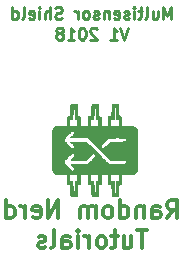
<source format=gbr>
G04 #@! TF.FileFunction,Legend,Bot*
%FSLAX46Y46*%
G04 Gerber Fmt 4.6, Leading zero omitted, Abs format (unit mm)*
G04 Created by KiCad (PCBNEW 4.0.7) date 08/03/18 16:25:06*
%MOMM*%
%LPD*%
G01*
G04 APERTURE LIST*
%ADD10C,0.100000*%
%ADD11C,0.250000*%
%ADD12C,0.300000*%
%ADD13C,0.010000*%
%ADD14R,2.100000X2.100000*%
%ADD15O,2.100000X2.100000*%
%ADD16R,3.400000X3.400000*%
%ADD17C,3.400000*%
%ADD18C,2.200000*%
G04 APERTURE END LIST*
D10*
D11*
X155304287Y-94573381D02*
X155304287Y-93573381D01*
X154970953Y-94287667D01*
X154637620Y-93573381D01*
X154637620Y-94573381D01*
X153732858Y-93906714D02*
X153732858Y-94573381D01*
X154161430Y-93906714D02*
X154161430Y-94430524D01*
X154113811Y-94525762D01*
X154018573Y-94573381D01*
X153875715Y-94573381D01*
X153780477Y-94525762D01*
X153732858Y-94478143D01*
X153113811Y-94573381D02*
X153209049Y-94525762D01*
X153256668Y-94430524D01*
X153256668Y-93573381D01*
X152875715Y-93906714D02*
X152494763Y-93906714D01*
X152732858Y-93573381D02*
X152732858Y-94430524D01*
X152685239Y-94525762D01*
X152590001Y-94573381D01*
X152494763Y-94573381D01*
X152161429Y-94573381D02*
X152161429Y-93906714D01*
X152161429Y-93573381D02*
X152209048Y-93621000D01*
X152161429Y-93668619D01*
X152113810Y-93621000D01*
X152161429Y-93573381D01*
X152161429Y-93668619D01*
X151732858Y-94525762D02*
X151637620Y-94573381D01*
X151447144Y-94573381D01*
X151351905Y-94525762D01*
X151304286Y-94430524D01*
X151304286Y-94382905D01*
X151351905Y-94287667D01*
X151447144Y-94240048D01*
X151590001Y-94240048D01*
X151685239Y-94192429D01*
X151732858Y-94097190D01*
X151732858Y-94049571D01*
X151685239Y-93954333D01*
X151590001Y-93906714D01*
X151447144Y-93906714D01*
X151351905Y-93954333D01*
X150494762Y-94525762D02*
X150590000Y-94573381D01*
X150780477Y-94573381D01*
X150875715Y-94525762D01*
X150923334Y-94430524D01*
X150923334Y-94049571D01*
X150875715Y-93954333D01*
X150780477Y-93906714D01*
X150590000Y-93906714D01*
X150494762Y-93954333D01*
X150447143Y-94049571D01*
X150447143Y-94144810D01*
X150923334Y-94240048D01*
X150018572Y-93906714D02*
X150018572Y-94573381D01*
X150018572Y-94001952D02*
X149970953Y-93954333D01*
X149875715Y-93906714D01*
X149732857Y-93906714D01*
X149637619Y-93954333D01*
X149590000Y-94049571D01*
X149590000Y-94573381D01*
X149161429Y-94525762D02*
X149066191Y-94573381D01*
X148875715Y-94573381D01*
X148780476Y-94525762D01*
X148732857Y-94430524D01*
X148732857Y-94382905D01*
X148780476Y-94287667D01*
X148875715Y-94240048D01*
X149018572Y-94240048D01*
X149113810Y-94192429D01*
X149161429Y-94097190D01*
X149161429Y-94049571D01*
X149113810Y-93954333D01*
X149018572Y-93906714D01*
X148875715Y-93906714D01*
X148780476Y-93954333D01*
X148161429Y-94573381D02*
X148256667Y-94525762D01*
X148304286Y-94478143D01*
X148351905Y-94382905D01*
X148351905Y-94097190D01*
X148304286Y-94001952D01*
X148256667Y-93954333D01*
X148161429Y-93906714D01*
X148018571Y-93906714D01*
X147923333Y-93954333D01*
X147875714Y-94001952D01*
X147828095Y-94097190D01*
X147828095Y-94382905D01*
X147875714Y-94478143D01*
X147923333Y-94525762D01*
X148018571Y-94573381D01*
X148161429Y-94573381D01*
X147399524Y-94573381D02*
X147399524Y-93906714D01*
X147399524Y-94097190D02*
X147351905Y-94001952D01*
X147304286Y-93954333D01*
X147209048Y-93906714D01*
X147113809Y-93906714D01*
X146066190Y-94525762D02*
X145923333Y-94573381D01*
X145685237Y-94573381D01*
X145589999Y-94525762D01*
X145542380Y-94478143D01*
X145494761Y-94382905D01*
X145494761Y-94287667D01*
X145542380Y-94192429D01*
X145589999Y-94144810D01*
X145685237Y-94097190D01*
X145875714Y-94049571D01*
X145970952Y-94001952D01*
X146018571Y-93954333D01*
X146066190Y-93859095D01*
X146066190Y-93763857D01*
X146018571Y-93668619D01*
X145970952Y-93621000D01*
X145875714Y-93573381D01*
X145637618Y-93573381D01*
X145494761Y-93621000D01*
X145066190Y-94573381D02*
X145066190Y-93573381D01*
X144637618Y-94573381D02*
X144637618Y-94049571D01*
X144685237Y-93954333D01*
X144780475Y-93906714D01*
X144923333Y-93906714D01*
X145018571Y-93954333D01*
X145066190Y-94001952D01*
X144161428Y-94573381D02*
X144161428Y-93906714D01*
X144161428Y-93573381D02*
X144209047Y-93621000D01*
X144161428Y-93668619D01*
X144113809Y-93621000D01*
X144161428Y-93573381D01*
X144161428Y-93668619D01*
X143304285Y-94525762D02*
X143399523Y-94573381D01*
X143590000Y-94573381D01*
X143685238Y-94525762D01*
X143732857Y-94430524D01*
X143732857Y-94049571D01*
X143685238Y-93954333D01*
X143590000Y-93906714D01*
X143399523Y-93906714D01*
X143304285Y-93954333D01*
X143256666Y-94049571D01*
X143256666Y-94144810D01*
X143732857Y-94240048D01*
X142685238Y-94573381D02*
X142780476Y-94525762D01*
X142828095Y-94430524D01*
X142828095Y-93573381D01*
X141875713Y-94573381D02*
X141875713Y-93573381D01*
X141875713Y-94525762D02*
X141970951Y-94573381D01*
X142161428Y-94573381D01*
X142256666Y-94525762D01*
X142304285Y-94478143D01*
X142351904Y-94382905D01*
X142351904Y-94097190D01*
X142304285Y-94001952D01*
X142256666Y-93954333D01*
X142161428Y-93906714D01*
X141970951Y-93906714D01*
X141875713Y-93954333D01*
X151685238Y-95323381D02*
X151351905Y-96323381D01*
X151018571Y-95323381D01*
X150161428Y-96323381D02*
X150732857Y-96323381D01*
X150447143Y-96323381D02*
X150447143Y-95323381D01*
X150542381Y-95466238D01*
X150637619Y-95561476D01*
X150732857Y-95609095D01*
X149018571Y-95418619D02*
X148970952Y-95371000D01*
X148875714Y-95323381D01*
X148637618Y-95323381D01*
X148542380Y-95371000D01*
X148494761Y-95418619D01*
X148447142Y-95513857D01*
X148447142Y-95609095D01*
X148494761Y-95751952D01*
X149066190Y-96323381D01*
X148447142Y-96323381D01*
X147828095Y-95323381D02*
X147732856Y-95323381D01*
X147637618Y-95371000D01*
X147589999Y-95418619D01*
X147542380Y-95513857D01*
X147494761Y-95704333D01*
X147494761Y-95942429D01*
X147542380Y-96132905D01*
X147589999Y-96228143D01*
X147637618Y-96275762D01*
X147732856Y-96323381D01*
X147828095Y-96323381D01*
X147923333Y-96275762D01*
X147970952Y-96228143D01*
X148018571Y-96132905D01*
X148066190Y-95942429D01*
X148066190Y-95704333D01*
X148018571Y-95513857D01*
X147970952Y-95418619D01*
X147923333Y-95371000D01*
X147828095Y-95323381D01*
X146542380Y-96323381D02*
X147113809Y-96323381D01*
X146828095Y-96323381D02*
X146828095Y-95323381D01*
X146923333Y-95466238D01*
X147018571Y-95561476D01*
X147113809Y-95609095D01*
X145970952Y-95751952D02*
X146066190Y-95704333D01*
X146113809Y-95656714D01*
X146161428Y-95561476D01*
X146161428Y-95513857D01*
X146113809Y-95418619D01*
X146066190Y-95371000D01*
X145970952Y-95323381D01*
X145780475Y-95323381D01*
X145685237Y-95371000D01*
X145637618Y-95418619D01*
X145589999Y-95513857D01*
X145589999Y-95561476D01*
X145637618Y-95656714D01*
X145685237Y-95704333D01*
X145780475Y-95751952D01*
X145970952Y-95751952D01*
X146066190Y-95799571D01*
X146113809Y-95847190D01*
X146161428Y-95942429D01*
X146161428Y-96132905D01*
X146113809Y-96228143D01*
X146066190Y-96275762D01*
X145970952Y-96323381D01*
X145780475Y-96323381D01*
X145685237Y-96275762D01*
X145637618Y-96228143D01*
X145589999Y-96132905D01*
X145589999Y-95942429D01*
X145637618Y-95847190D01*
X145685237Y-95799571D01*
X145780475Y-95751952D01*
D12*
X154982857Y-111417571D02*
X155482857Y-110703286D01*
X155840000Y-111417571D02*
X155840000Y-109917571D01*
X155268572Y-109917571D01*
X155125714Y-109989000D01*
X155054286Y-110060429D01*
X154982857Y-110203286D01*
X154982857Y-110417571D01*
X155054286Y-110560429D01*
X155125714Y-110631857D01*
X155268572Y-110703286D01*
X155840000Y-110703286D01*
X153697143Y-111417571D02*
X153697143Y-110631857D01*
X153768572Y-110489000D01*
X153911429Y-110417571D01*
X154197143Y-110417571D01*
X154340000Y-110489000D01*
X153697143Y-111346143D02*
X153840000Y-111417571D01*
X154197143Y-111417571D01*
X154340000Y-111346143D01*
X154411429Y-111203286D01*
X154411429Y-111060429D01*
X154340000Y-110917571D01*
X154197143Y-110846143D01*
X153840000Y-110846143D01*
X153697143Y-110774714D01*
X152982857Y-110417571D02*
X152982857Y-111417571D01*
X152982857Y-110560429D02*
X152911429Y-110489000D01*
X152768571Y-110417571D01*
X152554286Y-110417571D01*
X152411429Y-110489000D01*
X152340000Y-110631857D01*
X152340000Y-111417571D01*
X150982857Y-111417571D02*
X150982857Y-109917571D01*
X150982857Y-111346143D02*
X151125714Y-111417571D01*
X151411428Y-111417571D01*
X151554286Y-111346143D01*
X151625714Y-111274714D01*
X151697143Y-111131857D01*
X151697143Y-110703286D01*
X151625714Y-110560429D01*
X151554286Y-110489000D01*
X151411428Y-110417571D01*
X151125714Y-110417571D01*
X150982857Y-110489000D01*
X150054285Y-111417571D02*
X150197143Y-111346143D01*
X150268571Y-111274714D01*
X150340000Y-111131857D01*
X150340000Y-110703286D01*
X150268571Y-110560429D01*
X150197143Y-110489000D01*
X150054285Y-110417571D01*
X149840000Y-110417571D01*
X149697143Y-110489000D01*
X149625714Y-110560429D01*
X149554285Y-110703286D01*
X149554285Y-111131857D01*
X149625714Y-111274714D01*
X149697143Y-111346143D01*
X149840000Y-111417571D01*
X150054285Y-111417571D01*
X148911428Y-111417571D02*
X148911428Y-110417571D01*
X148911428Y-110560429D02*
X148840000Y-110489000D01*
X148697142Y-110417571D01*
X148482857Y-110417571D01*
X148340000Y-110489000D01*
X148268571Y-110631857D01*
X148268571Y-111417571D01*
X148268571Y-110631857D02*
X148197142Y-110489000D01*
X148054285Y-110417571D01*
X147840000Y-110417571D01*
X147697142Y-110489000D01*
X147625714Y-110631857D01*
X147625714Y-111417571D01*
X145768571Y-111417571D02*
X145768571Y-109917571D01*
X144911428Y-111417571D01*
X144911428Y-109917571D01*
X143625714Y-111346143D02*
X143768571Y-111417571D01*
X144054285Y-111417571D01*
X144197142Y-111346143D01*
X144268571Y-111203286D01*
X144268571Y-110631857D01*
X144197142Y-110489000D01*
X144054285Y-110417571D01*
X143768571Y-110417571D01*
X143625714Y-110489000D01*
X143554285Y-110631857D01*
X143554285Y-110774714D01*
X144268571Y-110917571D01*
X142911428Y-111417571D02*
X142911428Y-110417571D01*
X142911428Y-110703286D02*
X142840000Y-110560429D01*
X142768571Y-110489000D01*
X142625714Y-110417571D01*
X142482857Y-110417571D01*
X141340000Y-111417571D02*
X141340000Y-109917571D01*
X141340000Y-111346143D02*
X141482857Y-111417571D01*
X141768571Y-111417571D01*
X141911429Y-111346143D01*
X141982857Y-111274714D01*
X142054286Y-111131857D01*
X142054286Y-110703286D01*
X141982857Y-110560429D01*
X141911429Y-110489000D01*
X141768571Y-110417571D01*
X141482857Y-110417571D01*
X141340000Y-110489000D01*
X153304286Y-112467571D02*
X152447143Y-112467571D01*
X152875714Y-113967571D02*
X152875714Y-112467571D01*
X151304286Y-112967571D02*
X151304286Y-113967571D01*
X151947143Y-112967571D02*
X151947143Y-113753286D01*
X151875715Y-113896143D01*
X151732857Y-113967571D01*
X151518572Y-113967571D01*
X151375715Y-113896143D01*
X151304286Y-113824714D01*
X150804286Y-112967571D02*
X150232857Y-112967571D01*
X150590000Y-112467571D02*
X150590000Y-113753286D01*
X150518572Y-113896143D01*
X150375714Y-113967571D01*
X150232857Y-113967571D01*
X149518571Y-113967571D02*
X149661429Y-113896143D01*
X149732857Y-113824714D01*
X149804286Y-113681857D01*
X149804286Y-113253286D01*
X149732857Y-113110429D01*
X149661429Y-113039000D01*
X149518571Y-112967571D01*
X149304286Y-112967571D01*
X149161429Y-113039000D01*
X149090000Y-113110429D01*
X149018571Y-113253286D01*
X149018571Y-113681857D01*
X149090000Y-113824714D01*
X149161429Y-113896143D01*
X149304286Y-113967571D01*
X149518571Y-113967571D01*
X148375714Y-113967571D02*
X148375714Y-112967571D01*
X148375714Y-113253286D02*
X148304286Y-113110429D01*
X148232857Y-113039000D01*
X148090000Y-112967571D01*
X147947143Y-112967571D01*
X147447143Y-113967571D02*
X147447143Y-112967571D01*
X147447143Y-112467571D02*
X147518572Y-112539000D01*
X147447143Y-112610429D01*
X147375715Y-112539000D01*
X147447143Y-112467571D01*
X147447143Y-112610429D01*
X146090000Y-113967571D02*
X146090000Y-113181857D01*
X146161429Y-113039000D01*
X146304286Y-112967571D01*
X146590000Y-112967571D01*
X146732857Y-113039000D01*
X146090000Y-113896143D02*
X146232857Y-113967571D01*
X146590000Y-113967571D01*
X146732857Y-113896143D01*
X146804286Y-113753286D01*
X146804286Y-113610429D01*
X146732857Y-113467571D01*
X146590000Y-113396143D01*
X146232857Y-113396143D01*
X146090000Y-113324714D01*
X145161428Y-113967571D02*
X145304286Y-113896143D01*
X145375714Y-113753286D01*
X145375714Y-112467571D01*
X144661429Y-113896143D02*
X144518572Y-113967571D01*
X144232857Y-113967571D01*
X144090000Y-113896143D01*
X144018572Y-113753286D01*
X144018572Y-113681857D01*
X144090000Y-113539000D01*
X144232857Y-113467571D01*
X144447143Y-113467571D01*
X144590000Y-113396143D01*
X144661429Y-113253286D01*
X144661429Y-113181857D01*
X144590000Y-113039000D01*
X144447143Y-112967571D01*
X144232857Y-112967571D01*
X144090000Y-113039000D01*
D13*
G36*
X150286324Y-101873987D02*
X150285444Y-101920214D01*
X150283908Y-101959685D01*
X150282027Y-101984784D01*
X150281745Y-101986772D01*
X150280071Y-102005661D01*
X150277803Y-102043255D01*
X150275169Y-102095184D01*
X150272394Y-102157075D01*
X150270446Y-102205060D01*
X150267565Y-102275495D01*
X150264536Y-102343030D01*
X150261631Y-102402061D01*
X150259120Y-102446983D01*
X150257914Y-102464832D01*
X150255386Y-102502177D01*
X150252222Y-102555336D01*
X150248839Y-102617058D01*
X150245817Y-102676613D01*
X150238675Y-102823818D01*
X149963909Y-102823818D01*
X149963909Y-103632383D01*
X149357773Y-103626227D01*
X149356457Y-103227909D01*
X149355811Y-103032502D01*
X149155728Y-103032502D01*
X149155728Y-103597363D01*
X148451455Y-103597363D01*
X148451455Y-103031636D01*
X148715585Y-103031636D01*
X148721549Y-102982568D01*
X148723577Y-102958109D01*
X148726254Y-102914158D01*
X148729403Y-102854295D01*
X148732844Y-102782106D01*
X148736399Y-102701171D01*
X148739852Y-102616000D01*
X148745378Y-102475344D01*
X148750193Y-102356309D01*
X148754367Y-102257434D01*
X148757972Y-102177262D01*
X148761078Y-102114335D01*
X148763757Y-102067193D01*
X148766079Y-102034380D01*
X148768117Y-102014437D01*
X148769522Y-102006977D01*
X148783897Y-101997488D01*
X148817366Y-101992861D01*
X148831873Y-101992545D01*
X148866945Y-101993848D01*
X148885393Y-101999508D01*
X148893614Y-102012149D01*
X148895222Y-102018522D01*
X148897312Y-102037759D01*
X148900145Y-102078235D01*
X148903634Y-102138116D01*
X148907690Y-102215565D01*
X148912223Y-102308747D01*
X148917144Y-102415826D01*
X148922366Y-102534966D01*
X148927799Y-102664332D01*
X148933355Y-102802087D01*
X148934438Y-102829591D01*
X148942137Y-103025863D01*
X149048932Y-103029183D01*
X149155728Y-103032502D01*
X149355811Y-103032502D01*
X149355140Y-102829591D01*
X149249773Y-102826272D01*
X149199860Y-102824304D01*
X149168419Y-102821419D01*
X149150835Y-102816412D01*
X149142490Y-102808077D01*
X149139201Y-102797409D01*
X149137126Y-102777797D01*
X149134636Y-102739444D01*
X149131956Y-102686692D01*
X149129311Y-102623882D01*
X149127388Y-102569818D01*
X149124923Y-102499078D01*
X149121865Y-102418544D01*
X149118366Y-102331630D01*
X149114582Y-102241752D01*
X149110667Y-102152323D01*
X149106774Y-102066758D01*
X149103059Y-101988472D01*
X149099674Y-101920880D01*
X149096775Y-101867395D01*
X149094516Y-101831433D01*
X149093496Y-101819363D01*
X149090300Y-101790500D01*
X148835225Y-101787395D01*
X148751883Y-101786502D01*
X148688751Y-101786248D01*
X148642953Y-101786825D01*
X148611613Y-101788423D01*
X148591855Y-101791233D01*
X148580802Y-101795446D01*
X148575578Y-101801253D01*
X148574282Y-101804713D01*
X148571859Y-101822850D01*
X148568991Y-101859616D01*
X148565958Y-101910559D01*
X148563036Y-101971227D01*
X148561473Y-102009863D01*
X148558743Y-102077396D01*
X148555826Y-102140931D01*
X148552996Y-102195021D01*
X148550530Y-102234213D01*
X148549517Y-102246545D01*
X148547662Y-102273848D01*
X148545402Y-102319829D01*
X148542915Y-102380085D01*
X148540382Y-102450210D01*
X148537981Y-102525800D01*
X148537539Y-102540954D01*
X148535191Y-102614524D01*
X148532620Y-102681070D01*
X148530008Y-102736837D01*
X148527537Y-102778068D01*
X148525387Y-102801007D01*
X148524875Y-102803613D01*
X148519987Y-102812258D01*
X148508502Y-102818048D01*
X148486498Y-102821534D01*
X148450054Y-102823270D01*
X148395249Y-102823806D01*
X148381404Y-102823818D01*
X148243637Y-102823818D01*
X148243637Y-103632000D01*
X147574000Y-103632000D01*
X147574000Y-103031636D01*
X147366182Y-103031636D01*
X147366182Y-103597363D01*
X146661909Y-103597363D01*
X146661909Y-103031636D01*
X146936040Y-103031636D01*
X146943580Y-102867113D01*
X146948305Y-102766055D01*
X146953282Y-102663253D01*
X146958333Y-102562082D01*
X146963281Y-102465915D01*
X146967949Y-102378126D01*
X146972159Y-102302089D01*
X146975734Y-102241177D01*
X146978497Y-102198764D01*
X146979247Y-102188818D01*
X146982366Y-102137904D01*
X146984401Y-102081949D01*
X146984766Y-102058931D01*
X146985182Y-101992545D01*
X147048682Y-101992545D01*
X147085225Y-101993433D01*
X147104375Y-101997625D01*
X147111807Y-102007410D01*
X147113065Y-102018522D01*
X147115236Y-102047551D01*
X147117243Y-102061818D01*
X147118717Y-102078530D01*
X147120782Y-102114264D01*
X147123240Y-102164964D01*
X147125894Y-102226575D01*
X147128246Y-102286954D01*
X147132594Y-102400338D01*
X147137115Y-102511242D01*
X147141689Y-102617223D01*
X147146195Y-102715839D01*
X147150512Y-102804650D01*
X147154520Y-102881212D01*
X147158098Y-102943084D01*
X147161127Y-102987824D01*
X147163485Y-103012990D01*
X147164269Y-103017204D01*
X147176575Y-103025176D01*
X147208080Y-103029899D01*
X147260550Y-103031619D01*
X147267683Y-103031636D01*
X147366182Y-103031636D01*
X147574000Y-103031636D01*
X147574000Y-102824684D01*
X147467205Y-102821365D01*
X147360409Y-102818045D01*
X147353331Y-102714136D01*
X147348293Y-102631790D01*
X147342868Y-102527145D01*
X147337092Y-102400989D01*
X147331001Y-102254108D01*
X147324630Y-102087293D01*
X147324330Y-102079136D01*
X147321700Y-102011251D01*
X147319090Y-101950687D01*
X147316697Y-101901501D01*
X147314716Y-101867746D01*
X147313463Y-101854000D01*
X147310400Y-101828331D01*
X147309338Y-101810704D01*
X147308455Y-101784727D01*
X146788909Y-101784727D01*
X146788909Y-101817343D01*
X146788315Y-101837252D01*
X146786639Y-101876855D01*
X146784041Y-101932789D01*
X146780683Y-102001690D01*
X146776725Y-102080195D01*
X146772326Y-102164941D01*
X146772239Y-102166593D01*
X146767309Y-102261250D01*
X146762328Y-102358690D01*
X146757570Y-102453431D01*
X146753309Y-102539990D01*
X146749818Y-102612887D01*
X146747948Y-102653522D01*
X146740327Y-102823818D01*
X146604217Y-102823818D01*
X146540385Y-102824623D01*
X146497201Y-102827203D01*
X146472272Y-102831802D01*
X146463326Y-102838250D01*
X146462205Y-102852883D01*
X146461217Y-102887802D01*
X146460390Y-102940202D01*
X146459754Y-103007278D01*
X146459338Y-103086224D01*
X146459169Y-103174235D01*
X146459213Y-103239454D01*
X146459882Y-103626227D01*
X146003827Y-103632000D01*
X145547773Y-103637772D01*
X145478500Y-103670185D01*
X145405554Y-103715465D01*
X145341178Y-103776781D01*
X145291225Y-103848014D01*
X145274131Y-103883826D01*
X145247591Y-103949500D01*
X145247591Y-107390045D01*
X145285024Y-107466552D01*
X145335702Y-107547154D01*
X145401499Y-107611120D01*
X145482887Y-107659803D01*
X145547773Y-107690227D01*
X146003818Y-107696000D01*
X146459864Y-107701772D01*
X146459864Y-108498409D01*
X146601296Y-108501650D01*
X146742728Y-108504892D01*
X146742944Y-108547832D01*
X146743124Y-108562692D01*
X146743593Y-108581072D01*
X146744454Y-108605086D01*
X146745810Y-108636845D01*
X146747763Y-108678462D01*
X146750417Y-108732048D01*
X146753875Y-108799715D01*
X146758238Y-108883577D01*
X146763611Y-108985744D01*
X146770096Y-109108329D01*
X146771901Y-109142382D01*
X146776379Y-109228229D01*
X146780415Y-109308338D01*
X146783848Y-109379272D01*
X146786516Y-109437599D01*
X146788257Y-109479883D01*
X146788908Y-109502691D01*
X146788909Y-109503177D01*
X146788909Y-109543272D01*
X147306617Y-109543272D01*
X147313208Y-109471113D01*
X147315343Y-109440871D01*
X147318103Y-109391255D01*
X147321315Y-109325971D01*
X147324806Y-109248723D01*
X147328403Y-109163214D01*
X147331933Y-109073149D01*
X147332487Y-109058363D01*
X147336065Y-108965820D01*
X147339804Y-108875348D01*
X147343514Y-108791071D01*
X147347008Y-108717111D01*
X147350097Y-108657591D01*
X147352594Y-108616635D01*
X147352793Y-108613863D01*
X147360409Y-108509954D01*
X147467205Y-108506635D01*
X147574000Y-108503315D01*
X147574000Y-107730636D01*
X147366182Y-107730636D01*
X147366182Y-108296363D01*
X147267683Y-108296363D01*
X147213033Y-108297744D01*
X147179474Y-108302060D01*
X147165164Y-108309569D01*
X147164620Y-108310795D01*
X147161907Y-108327842D01*
X147158830Y-108363386D01*
X147155352Y-108418164D01*
X147151433Y-108492912D01*
X147147037Y-108588367D01*
X147142126Y-108705263D01*
X147136661Y-108844338D01*
X147135326Y-108879409D01*
X147131894Y-108966308D01*
X147128341Y-109049471D01*
X147124858Y-109124936D01*
X147121635Y-109188741D01*
X147118860Y-109236924D01*
X147116937Y-109263295D01*
X147110344Y-109335454D01*
X146985182Y-109335454D01*
X146985158Y-109292159D01*
X146984546Y-109269211D01*
X146982834Y-109226750D01*
X146980187Y-109168318D01*
X146976771Y-109097460D01*
X146972753Y-109017717D01*
X146968538Y-108937136D01*
X146963590Y-108843445D01*
X146958579Y-108747241D01*
X146953786Y-108653991D01*
X146949490Y-108569165D01*
X146945971Y-108498228D01*
X146944173Y-108460886D01*
X146936404Y-108296363D01*
X146661909Y-108296363D01*
X146661909Y-107730636D01*
X147366182Y-107730636D01*
X147574000Y-107730636D01*
X147574000Y-107696000D01*
X148243637Y-107696000D01*
X148243637Y-108504181D01*
X148381962Y-108504181D01*
X148440373Y-108504370D01*
X148479689Y-108505420D01*
X148503906Y-108508052D01*
X148517021Y-108512993D01*
X148523028Y-108520964D01*
X148525432Y-108530159D01*
X148527007Y-108547086D01*
X148529340Y-108584482D01*
X148532306Y-108639738D01*
X148535777Y-108710250D01*
X148539626Y-108793411D01*
X148543727Y-108886614D01*
X148547953Y-108987254D01*
X148549474Y-109024635D01*
X148553664Y-109127122D01*
X148557691Y-109222953D01*
X148561438Y-109309547D01*
X148564788Y-109384326D01*
X148567626Y-109444712D01*
X148569834Y-109488124D01*
X148571296Y-109511984D01*
X148571621Y-109515317D01*
X148573837Y-109522555D01*
X148579992Y-109528082D01*
X148592947Y-109532177D01*
X148615562Y-109535119D01*
X148650696Y-109537189D01*
X148701210Y-109538666D01*
X148769964Y-109539831D01*
X148830098Y-109540605D01*
X149085326Y-109543711D01*
X149091107Y-109505969D01*
X149094123Y-109481398D01*
X149097174Y-109446041D01*
X149100348Y-109398153D01*
X149103734Y-109335989D01*
X149107418Y-109257806D01*
X149111488Y-109161859D01*
X149116031Y-109046403D01*
X149121136Y-108909695D01*
X149121399Y-108902500D01*
X149124766Y-108814211D01*
X149128151Y-108732485D01*
X149131404Y-108660432D01*
X149134374Y-108601160D01*
X149136913Y-108557777D01*
X149138871Y-108533392D01*
X149139339Y-108530159D01*
X149143299Y-108517755D01*
X149152151Y-108510090D01*
X149170597Y-108506029D01*
X149203341Y-108504438D01*
X149247076Y-108504181D01*
X149302597Y-108502905D01*
X149337163Y-108498894D01*
X149352780Y-108491878D01*
X149353922Y-108489750D01*
X149354957Y-108475127D01*
X149355889Y-108440208D01*
X149356688Y-108387785D01*
X149357327Y-108320652D01*
X149357776Y-108241603D01*
X149358008Y-108153432D01*
X149358025Y-108085659D01*
X149357762Y-107730636D01*
X149155728Y-107730636D01*
X149155728Y-108295497D01*
X149048932Y-108298816D01*
X148942137Y-108302136D01*
X148939687Y-108359863D01*
X148938548Y-108387182D01*
X148936630Y-108433719D01*
X148934091Y-108495619D01*
X148931089Y-108569028D01*
X148927783Y-108650091D01*
X148925027Y-108717772D01*
X148919562Y-108851061D01*
X148914860Y-108963112D01*
X148910827Y-109055763D01*
X148907370Y-109130850D01*
X148904397Y-109190212D01*
X148901813Y-109235685D01*
X148899524Y-109269108D01*
X148897439Y-109292317D01*
X148895462Y-109307149D01*
X148894913Y-109310067D01*
X148889491Y-109325535D01*
X148877371Y-109332846D01*
X148852253Y-109334216D01*
X148829200Y-109333158D01*
X148768955Y-109329681D01*
X148761604Y-109196909D01*
X148759165Y-109149486D01*
X148756043Y-109083588D01*
X148752441Y-109003813D01*
X148748564Y-108914759D01*
X148744615Y-108821024D01*
X148740882Y-108729318D01*
X148737335Y-108641247D01*
X148733951Y-108558601D01*
X148730873Y-108484798D01*
X148728245Y-108423257D01*
X148726213Y-108377396D01*
X148724921Y-108350633D01*
X148724790Y-108348318D01*
X148722068Y-108302136D01*
X148586762Y-108298883D01*
X148451455Y-108295630D01*
X148451455Y-107730636D01*
X149155728Y-107730636D01*
X149357762Y-107730636D01*
X149357736Y-107696000D01*
X149963909Y-107696000D01*
X149963909Y-108504181D01*
X150102455Y-108504181D01*
X150161274Y-108504492D01*
X150200767Y-108505791D01*
X150224694Y-108508624D01*
X150236815Y-108513541D01*
X150240890Y-108521089D01*
X150241111Y-108524386D01*
X150241771Y-108546050D01*
X150243489Y-108586488D01*
X150246044Y-108641416D01*
X150249219Y-108706552D01*
X150252794Y-108777614D01*
X150256550Y-108850320D01*
X150260270Y-108920387D01*
X150263733Y-108983532D01*
X150266721Y-109035473D01*
X150269016Y-109071928D01*
X150269279Y-109075681D01*
X150271747Y-109115621D01*
X150274744Y-109172444D01*
X150277970Y-109239959D01*
X150281121Y-109311973D01*
X150282660Y-109349886D01*
X150290269Y-109543272D01*
X150806288Y-109543272D01*
X150811548Y-109517295D01*
X150813632Y-109497534D01*
X150816113Y-109459043D01*
X150818766Y-109406175D01*
X150821369Y-109343284D01*
X150823245Y-109289272D01*
X150826113Y-109205377D01*
X150829542Y-109115053D01*
X150833382Y-109021429D01*
X150837480Y-108927630D01*
X150841687Y-108836783D01*
X150845851Y-108752016D01*
X150849822Y-108676453D01*
X150853447Y-108613224D01*
X150856577Y-108565453D01*
X150859060Y-108536268D01*
X150859902Y-108530159D01*
X150863679Y-108517817D01*
X150872328Y-108510163D01*
X150890509Y-108506081D01*
X150922881Y-108504459D01*
X150968584Y-108504181D01*
X151072273Y-108504181D01*
X151072273Y-107730636D01*
X150864455Y-107730636D01*
X150864455Y-108296363D01*
X150766538Y-108296363D01*
X150718838Y-108296765D01*
X150689409Y-108298777D01*
X150673433Y-108303615D01*
X150666095Y-108312491D01*
X150663399Y-108322341D01*
X150661240Y-108342148D01*
X150658384Y-108382013D01*
X150654976Y-108438920D01*
X150651160Y-108509851D01*
X150647081Y-108591788D01*
X150642883Y-108681716D01*
X150638709Y-108776616D01*
X150634705Y-108873471D01*
X150631014Y-108969265D01*
X150627781Y-109060980D01*
X150627109Y-109081454D01*
X150624488Y-109164315D01*
X150622104Y-109226935D01*
X150619065Y-109272135D01*
X150614477Y-109302738D01*
X150607449Y-109321565D01*
X150597086Y-109331438D01*
X150582497Y-109335180D01*
X150562787Y-109335612D01*
X150546735Y-109335454D01*
X150483455Y-109335454D01*
X150482597Y-109251750D01*
X150481670Y-109206867D01*
X150480053Y-109168718D01*
X150478091Y-109145356D01*
X150478028Y-109144954D01*
X150476354Y-109125974D01*
X150474114Y-109088358D01*
X150471535Y-109036547D01*
X150468843Y-108974981D01*
X150467122Y-108931363D01*
X150463647Y-108846992D01*
X150459246Y-108751410D01*
X150454443Y-108655395D01*
X150449758Y-108569726D01*
X150448962Y-108556136D01*
X150445160Y-108490144D01*
X150441882Y-108429581D01*
X150439381Y-108379416D01*
X150437912Y-108344618D01*
X150437635Y-108333886D01*
X150437273Y-108296363D01*
X150171728Y-108296363D01*
X150171728Y-107730636D01*
X150864455Y-107730636D01*
X151072273Y-107730636D01*
X151072273Y-107696889D01*
X152117137Y-107690227D01*
X152186409Y-107657814D01*
X152259356Y-107612534D01*
X152323731Y-107551218D01*
X152373685Y-107479985D01*
X152390778Y-107444173D01*
X152417318Y-107378500D01*
X152417318Y-106620816D01*
X151473447Y-106620816D01*
X151473383Y-106677079D01*
X151454574Y-106730733D01*
X151418447Y-106776395D01*
X151392765Y-106795517D01*
X151384138Y-106800353D01*
X151374155Y-106804458D01*
X151360966Y-106807892D01*
X151342722Y-106810714D01*
X151317573Y-106812984D01*
X151283669Y-106814764D01*
X151239160Y-106816112D01*
X151182198Y-106817088D01*
X151110932Y-106817754D01*
X151023513Y-106818168D01*
X150918090Y-106818391D01*
X150792816Y-106818483D01*
X150684593Y-106818502D01*
X150014050Y-106818545D01*
X149963002Y-106784341D01*
X149948106Y-106771693D01*
X149918037Y-106743776D01*
X149873911Y-106701688D01*
X149816847Y-106646527D01*
X149747961Y-106579391D01*
X149668369Y-106501376D01*
X149579188Y-106413581D01*
X149481536Y-106317103D01*
X149376529Y-106213040D01*
X149283133Y-106120226D01*
X148888033Y-106120226D01*
X148887442Y-106127178D01*
X148881790Y-106185999D01*
X148582918Y-106485718D01*
X148513512Y-106554928D01*
X148448107Y-106619399D01*
X148388749Y-106677172D01*
X148337482Y-106726287D01*
X148296350Y-106764785D01*
X148267399Y-106790706D01*
X148252869Y-106801991D01*
X148243264Y-106805458D01*
X148227392Y-106808422D01*
X148203596Y-106810920D01*
X148170219Y-106812990D01*
X148125602Y-106814667D01*
X148068087Y-106815988D01*
X147996018Y-106816990D01*
X147907735Y-106817710D01*
X147801582Y-106818184D01*
X147675900Y-106818450D01*
X147529031Y-106818544D01*
X147505301Y-106818545D01*
X147379043Y-106818693D01*
X147259878Y-106819119D01*
X147149770Y-106819797D01*
X147050679Y-106820702D01*
X146964569Y-106821807D01*
X146893401Y-106823087D01*
X146839138Y-106824516D01*
X146803743Y-106826069D01*
X146789177Y-106827719D01*
X146788909Y-106827977D01*
X146796787Y-106838639D01*
X146818713Y-106862681D01*
X146852127Y-106897441D01*
X146894469Y-106940258D01*
X146943177Y-106988471D01*
X146945483Y-106990730D01*
X146995479Y-107040606D01*
X147040049Y-107086807D01*
X147076366Y-107126260D01*
X147101601Y-107155894D01*
X147112892Y-107172549D01*
X147123973Y-107232038D01*
X147114412Y-107290807D01*
X147086134Y-107343249D01*
X147041064Y-107383760D01*
X147040129Y-107384335D01*
X146985348Y-107405008D01*
X146926967Y-107403607D01*
X146867649Y-107380280D01*
X146857556Y-107374076D01*
X146837583Y-107358217D01*
X146803684Y-107327971D01*
X146758080Y-107285457D01*
X146702991Y-107232795D01*
X146640637Y-107172106D01*
X146573238Y-107105510D01*
X146509971Y-107042144D01*
X146430077Y-106961338D01*
X146365120Y-106894941D01*
X146313540Y-106841206D01*
X146273774Y-106798387D01*
X146244262Y-106764737D01*
X146223442Y-106738510D01*
X146209752Y-106717960D01*
X146201631Y-106701341D01*
X146199416Y-106694811D01*
X146193335Y-106671044D01*
X146190771Y-106648950D01*
X146193038Y-106626726D01*
X146201450Y-106602571D01*
X146217323Y-106574683D01*
X146241969Y-106541259D01*
X146276705Y-106500498D01*
X146322843Y-106450598D01*
X146381698Y-106389755D01*
X146454585Y-106316169D01*
X146531961Y-106238858D01*
X146602605Y-106168961D01*
X146669287Y-106103978D01*
X146729990Y-106045802D01*
X146782698Y-105996323D01*
X146825392Y-105957434D01*
X146856057Y-105931026D01*
X146872675Y-105918990D01*
X146873366Y-105918694D01*
X146932711Y-105906912D01*
X146989703Y-105914357D01*
X147040219Y-105938391D01*
X147080139Y-105976377D01*
X147105342Y-106025676D01*
X147112139Y-106071550D01*
X147110643Y-106097584D01*
X147104726Y-106121909D01*
X147092330Y-106147418D01*
X147071394Y-106177008D01*
X147039859Y-106213572D01*
X146995667Y-106260007D01*
X146936757Y-106319206D01*
X146934028Y-106321917D01*
X146887172Y-106368934D01*
X146846613Y-106410540D01*
X146814984Y-106443959D01*
X146794916Y-106466418D01*
X146788909Y-106474895D01*
X146800113Y-106476520D01*
X146832355Y-106478049D01*
X146883585Y-106479453D01*
X146951751Y-106480706D01*
X147034801Y-106481778D01*
X147130683Y-106482643D01*
X147237346Y-106483273D01*
X147352738Y-106483640D01*
X147444210Y-106483727D01*
X148099511Y-106483727D01*
X148359187Y-106223825D01*
X148439044Y-106144266D01*
X148504852Y-106079894D01*
X148558612Y-106029292D01*
X148602322Y-105991046D01*
X148637984Y-105963740D01*
X148667598Y-105945958D01*
X148693163Y-105936286D01*
X148716681Y-105933308D01*
X148740150Y-105935608D01*
X148759950Y-105940220D01*
X148820330Y-105965428D01*
X148861642Y-106003595D01*
X148884129Y-106055075D01*
X148888033Y-106120226D01*
X149283133Y-106120226D01*
X149265284Y-106102489D01*
X149148917Y-105986548D01*
X149028547Y-105866314D01*
X149011409Y-105849172D01*
X148110864Y-104948206D01*
X147447161Y-104948194D01*
X146783457Y-104948181D01*
X146935028Y-105101159D01*
X146983945Y-105151173D01*
X147027709Y-105197131D01*
X147063471Y-105235942D01*
X147088381Y-105264518D01*
X147099390Y-105279354D01*
X147112853Y-105329993D01*
X147106916Y-105384923D01*
X147083000Y-105438443D01*
X147049868Y-105478315D01*
X147012764Y-105499863D01*
X146963726Y-105511485D01*
X146912126Y-105512159D01*
X146867334Y-105500863D01*
X146862957Y-105498705D01*
X146847432Y-105486689D01*
X146817724Y-105460118D01*
X146775831Y-105420910D01*
X146723750Y-105370983D01*
X146663481Y-105312254D01*
X146597020Y-105246642D01*
X146526366Y-105176064D01*
X146515860Y-105165500D01*
X146435488Y-105084472D01*
X146369955Y-105017961D01*
X146317712Y-104964219D01*
X146277213Y-104921494D01*
X146246909Y-104888036D01*
X146225251Y-104862097D01*
X146210693Y-104841925D01*
X146201685Y-104825770D01*
X146196679Y-104811882D01*
X146194707Y-104802442D01*
X146195410Y-104742107D01*
X146203824Y-104714601D01*
X146215786Y-104697471D01*
X146242230Y-104666618D01*
X146280934Y-104624264D01*
X146329676Y-104572630D01*
X146386235Y-104513936D01*
X146448389Y-104450404D01*
X146513917Y-104384255D01*
X146580598Y-104317711D01*
X146646210Y-104252992D01*
X146708531Y-104192319D01*
X146765341Y-104137914D01*
X146814417Y-104091998D01*
X146853538Y-104056792D01*
X146880483Y-104034517D01*
X146890575Y-104027952D01*
X146944174Y-104014540D01*
X146999521Y-104022679D01*
X147032277Y-104036556D01*
X147081017Y-104073235D01*
X147112073Y-104122322D01*
X147123949Y-104179764D01*
X147115151Y-104241506D01*
X147111612Y-104251816D01*
X147099845Y-104270001D01*
X147074344Y-104301167D01*
X147037905Y-104342173D01*
X146993324Y-104389875D01*
X146943396Y-104441133D01*
X146941471Y-104443068D01*
X146783446Y-104601818D01*
X148205368Y-104601818D01*
X148253207Y-104627795D01*
X148268664Y-104639927D01*
X148299590Y-104667711D01*
X148345209Y-104710391D01*
X148404744Y-104767209D01*
X148477420Y-104837407D01*
X148562460Y-104920229D01*
X148659087Y-105014917D01*
X148766527Y-105120714D01*
X148884001Y-105236863D01*
X149010735Y-105362606D01*
X149145952Y-105497187D01*
X149217697Y-105568750D01*
X150134349Y-106483727D01*
X150744743Y-106483770D01*
X150879195Y-106483808D01*
X150992505Y-106483946D01*
X151086623Y-106484254D01*
X151163498Y-106484802D01*
X151225079Y-106485657D01*
X151273316Y-106486890D01*
X151310157Y-106488569D01*
X151337552Y-106490764D01*
X151357450Y-106493544D01*
X151371800Y-106496978D01*
X151382552Y-106501134D01*
X151391655Y-106506083D01*
X151392765Y-106506755D01*
X151425406Y-106533341D01*
X151452545Y-106566052D01*
X151453335Y-106567326D01*
X151473447Y-106620816D01*
X152417318Y-106620816D01*
X152417318Y-104775000D01*
X151470591Y-104775000D01*
X151463507Y-104833805D01*
X151440268Y-104879037D01*
X151397896Y-104916086D01*
X151389773Y-104921230D01*
X151380901Y-104925910D01*
X151369564Y-104929870D01*
X151353831Y-104933183D01*
X151331771Y-104935922D01*
X151301453Y-104938161D01*
X151260948Y-104939971D01*
X151208324Y-104941427D01*
X151141651Y-104942601D01*
X151058998Y-104943567D01*
X150958434Y-104944396D01*
X150838030Y-104945163D01*
X150743360Y-104945689D01*
X150131584Y-104948970D01*
X149865906Y-105213065D01*
X149787423Y-105290768D01*
X149723074Y-105353452D01*
X149670847Y-105402602D01*
X149628727Y-105439704D01*
X149594701Y-105466244D01*
X149566756Y-105483707D01*
X149542878Y-105493580D01*
X149521052Y-105497347D01*
X149499266Y-105496495D01*
X149484773Y-105494276D01*
X149447329Y-105483850D01*
X149418495Y-105471869D01*
X149377655Y-105438587D01*
X149349247Y-105388913D01*
X149341013Y-105360642D01*
X149337070Y-105338557D01*
X149336208Y-105318063D01*
X149339819Y-105297295D01*
X149349294Y-105274386D01*
X149366025Y-105247470D01*
X149391403Y-105214682D01*
X149426821Y-105174156D01*
X149473669Y-105124025D01*
X149533341Y-105062425D01*
X149607227Y-104987488D01*
X149655967Y-104938361D01*
X149725908Y-104868506D01*
X149792133Y-104803428D01*
X149852577Y-104745080D01*
X149905171Y-104695413D01*
X149947849Y-104656380D01*
X149978543Y-104629931D01*
X149995187Y-104618020D01*
X149995289Y-104617975D01*
X150007106Y-104614412D01*
X150026018Y-104611390D01*
X150053744Y-104608867D01*
X150091999Y-104606804D01*
X150142503Y-104605161D01*
X150206973Y-104603896D01*
X150287127Y-104602970D01*
X150384683Y-104602344D01*
X150501357Y-104601976D01*
X150638869Y-104601826D01*
X150686271Y-104601818D01*
X150831325Y-104601820D01*
X150955115Y-104601947D01*
X151059464Y-104602373D01*
X151146199Y-104603278D01*
X151217145Y-104604837D01*
X151274128Y-104607227D01*
X151318973Y-104610627D01*
X151353506Y-104615212D01*
X151379553Y-104621161D01*
X151398938Y-104628649D01*
X151413487Y-104637855D01*
X151425027Y-104648955D01*
X151435381Y-104662126D01*
X151444841Y-104675400D01*
X151462546Y-104709568D01*
X151469952Y-104752087D01*
X151470591Y-104775000D01*
X152417318Y-104775000D01*
X152417318Y-103937954D01*
X152386982Y-103874454D01*
X152337799Y-103792119D01*
X152276475Y-103727809D01*
X152199885Y-103678293D01*
X152194853Y-103675780D01*
X152117675Y-103637772D01*
X151072273Y-103631110D01*
X151072273Y-103031636D01*
X150864455Y-103031636D01*
X150864455Y-103597363D01*
X150172514Y-103597363D01*
X150169234Y-103314491D01*
X150165955Y-103031618D01*
X150437273Y-103031636D01*
X150437286Y-102999886D01*
X150437914Y-102979995D01*
X150439674Y-102940516D01*
X150442394Y-102884914D01*
X150445899Y-102816655D01*
X150450015Y-102739203D01*
X150453909Y-102667954D01*
X150459030Y-102573525D01*
X150464222Y-102474421D01*
X150469177Y-102376803D01*
X150473582Y-102286830D01*
X150477130Y-102210664D01*
X150478487Y-102179627D01*
X150486457Y-101991482D01*
X150551342Y-101994900D01*
X150616228Y-101998318D01*
X150623675Y-102194591D01*
X150626813Y-102274849D01*
X150630354Y-102361449D01*
X150633930Y-102445652D01*
X150637175Y-102518717D01*
X150638208Y-102540954D01*
X150641678Y-102614511D01*
X150645516Y-102695884D01*
X150649193Y-102773872D01*
X150651546Y-102823818D01*
X150654576Y-102880898D01*
X150657955Y-102933030D01*
X150661232Y-102973776D01*
X150663515Y-102994113D01*
X150669228Y-103031636D01*
X150864455Y-103031636D01*
X151072273Y-103031636D01*
X151072273Y-102824684D01*
X150965511Y-102821365D01*
X150858749Y-102818045D01*
X150856218Y-102760318D01*
X150854810Y-102730484D01*
X150852425Y-102682383D01*
X150849305Y-102620809D01*
X150845693Y-102550553D01*
X150841886Y-102477454D01*
X150837369Y-102387026D01*
X150832640Y-102285082D01*
X150828128Y-102181327D01*
X150824260Y-102085469D01*
X150822531Y-102038727D01*
X150820007Y-101969906D01*
X150817582Y-101908391D01*
X150815427Y-101858172D01*
X150813712Y-101823237D01*
X150812644Y-101807818D01*
X150808949Y-101802110D01*
X150797817Y-101797670D01*
X150776589Y-101794290D01*
X150742604Y-101791766D01*
X150693203Y-101789891D01*
X150625726Y-101788459D01*
X150548747Y-101787396D01*
X150287182Y-101784293D01*
X150286324Y-101873987D01*
X150286324Y-101873987D01*
G37*
X150286324Y-101873987D02*
X150285444Y-101920214D01*
X150283908Y-101959685D01*
X150282027Y-101984784D01*
X150281745Y-101986772D01*
X150280071Y-102005661D01*
X150277803Y-102043255D01*
X150275169Y-102095184D01*
X150272394Y-102157075D01*
X150270446Y-102205060D01*
X150267565Y-102275495D01*
X150264536Y-102343030D01*
X150261631Y-102402061D01*
X150259120Y-102446983D01*
X150257914Y-102464832D01*
X150255386Y-102502177D01*
X150252222Y-102555336D01*
X150248839Y-102617058D01*
X150245817Y-102676613D01*
X150238675Y-102823818D01*
X149963909Y-102823818D01*
X149963909Y-103632383D01*
X149357773Y-103626227D01*
X149356457Y-103227909D01*
X149355811Y-103032502D01*
X149155728Y-103032502D01*
X149155728Y-103597363D01*
X148451455Y-103597363D01*
X148451455Y-103031636D01*
X148715585Y-103031636D01*
X148721549Y-102982568D01*
X148723577Y-102958109D01*
X148726254Y-102914158D01*
X148729403Y-102854295D01*
X148732844Y-102782106D01*
X148736399Y-102701171D01*
X148739852Y-102616000D01*
X148745378Y-102475344D01*
X148750193Y-102356309D01*
X148754367Y-102257434D01*
X148757972Y-102177262D01*
X148761078Y-102114335D01*
X148763757Y-102067193D01*
X148766079Y-102034380D01*
X148768117Y-102014437D01*
X148769522Y-102006977D01*
X148783897Y-101997488D01*
X148817366Y-101992861D01*
X148831873Y-101992545D01*
X148866945Y-101993848D01*
X148885393Y-101999508D01*
X148893614Y-102012149D01*
X148895222Y-102018522D01*
X148897312Y-102037759D01*
X148900145Y-102078235D01*
X148903634Y-102138116D01*
X148907690Y-102215565D01*
X148912223Y-102308747D01*
X148917144Y-102415826D01*
X148922366Y-102534966D01*
X148927799Y-102664332D01*
X148933355Y-102802087D01*
X148934438Y-102829591D01*
X148942137Y-103025863D01*
X149048932Y-103029183D01*
X149155728Y-103032502D01*
X149355811Y-103032502D01*
X149355140Y-102829591D01*
X149249773Y-102826272D01*
X149199860Y-102824304D01*
X149168419Y-102821419D01*
X149150835Y-102816412D01*
X149142490Y-102808077D01*
X149139201Y-102797409D01*
X149137126Y-102777797D01*
X149134636Y-102739444D01*
X149131956Y-102686692D01*
X149129311Y-102623882D01*
X149127388Y-102569818D01*
X149124923Y-102499078D01*
X149121865Y-102418544D01*
X149118366Y-102331630D01*
X149114582Y-102241752D01*
X149110667Y-102152323D01*
X149106774Y-102066758D01*
X149103059Y-101988472D01*
X149099674Y-101920880D01*
X149096775Y-101867395D01*
X149094516Y-101831433D01*
X149093496Y-101819363D01*
X149090300Y-101790500D01*
X148835225Y-101787395D01*
X148751883Y-101786502D01*
X148688751Y-101786248D01*
X148642953Y-101786825D01*
X148611613Y-101788423D01*
X148591855Y-101791233D01*
X148580802Y-101795446D01*
X148575578Y-101801253D01*
X148574282Y-101804713D01*
X148571859Y-101822850D01*
X148568991Y-101859616D01*
X148565958Y-101910559D01*
X148563036Y-101971227D01*
X148561473Y-102009863D01*
X148558743Y-102077396D01*
X148555826Y-102140931D01*
X148552996Y-102195021D01*
X148550530Y-102234213D01*
X148549517Y-102246545D01*
X148547662Y-102273848D01*
X148545402Y-102319829D01*
X148542915Y-102380085D01*
X148540382Y-102450210D01*
X148537981Y-102525800D01*
X148537539Y-102540954D01*
X148535191Y-102614524D01*
X148532620Y-102681070D01*
X148530008Y-102736837D01*
X148527537Y-102778068D01*
X148525387Y-102801007D01*
X148524875Y-102803613D01*
X148519987Y-102812258D01*
X148508502Y-102818048D01*
X148486498Y-102821534D01*
X148450054Y-102823270D01*
X148395249Y-102823806D01*
X148381404Y-102823818D01*
X148243637Y-102823818D01*
X148243637Y-103632000D01*
X147574000Y-103632000D01*
X147574000Y-103031636D01*
X147366182Y-103031636D01*
X147366182Y-103597363D01*
X146661909Y-103597363D01*
X146661909Y-103031636D01*
X146936040Y-103031636D01*
X146943580Y-102867113D01*
X146948305Y-102766055D01*
X146953282Y-102663253D01*
X146958333Y-102562082D01*
X146963281Y-102465915D01*
X146967949Y-102378126D01*
X146972159Y-102302089D01*
X146975734Y-102241177D01*
X146978497Y-102198764D01*
X146979247Y-102188818D01*
X146982366Y-102137904D01*
X146984401Y-102081949D01*
X146984766Y-102058931D01*
X146985182Y-101992545D01*
X147048682Y-101992545D01*
X147085225Y-101993433D01*
X147104375Y-101997625D01*
X147111807Y-102007410D01*
X147113065Y-102018522D01*
X147115236Y-102047551D01*
X147117243Y-102061818D01*
X147118717Y-102078530D01*
X147120782Y-102114264D01*
X147123240Y-102164964D01*
X147125894Y-102226575D01*
X147128246Y-102286954D01*
X147132594Y-102400338D01*
X147137115Y-102511242D01*
X147141689Y-102617223D01*
X147146195Y-102715839D01*
X147150512Y-102804650D01*
X147154520Y-102881212D01*
X147158098Y-102943084D01*
X147161127Y-102987824D01*
X147163485Y-103012990D01*
X147164269Y-103017204D01*
X147176575Y-103025176D01*
X147208080Y-103029899D01*
X147260550Y-103031619D01*
X147267683Y-103031636D01*
X147366182Y-103031636D01*
X147574000Y-103031636D01*
X147574000Y-102824684D01*
X147467205Y-102821365D01*
X147360409Y-102818045D01*
X147353331Y-102714136D01*
X147348293Y-102631790D01*
X147342868Y-102527145D01*
X147337092Y-102400989D01*
X147331001Y-102254108D01*
X147324630Y-102087293D01*
X147324330Y-102079136D01*
X147321700Y-102011251D01*
X147319090Y-101950687D01*
X147316697Y-101901501D01*
X147314716Y-101867746D01*
X147313463Y-101854000D01*
X147310400Y-101828331D01*
X147309338Y-101810704D01*
X147308455Y-101784727D01*
X146788909Y-101784727D01*
X146788909Y-101817343D01*
X146788315Y-101837252D01*
X146786639Y-101876855D01*
X146784041Y-101932789D01*
X146780683Y-102001690D01*
X146776725Y-102080195D01*
X146772326Y-102164941D01*
X146772239Y-102166593D01*
X146767309Y-102261250D01*
X146762328Y-102358690D01*
X146757570Y-102453431D01*
X146753309Y-102539990D01*
X146749818Y-102612887D01*
X146747948Y-102653522D01*
X146740327Y-102823818D01*
X146604217Y-102823818D01*
X146540385Y-102824623D01*
X146497201Y-102827203D01*
X146472272Y-102831802D01*
X146463326Y-102838250D01*
X146462205Y-102852883D01*
X146461217Y-102887802D01*
X146460390Y-102940202D01*
X146459754Y-103007278D01*
X146459338Y-103086224D01*
X146459169Y-103174235D01*
X146459213Y-103239454D01*
X146459882Y-103626227D01*
X146003827Y-103632000D01*
X145547773Y-103637772D01*
X145478500Y-103670185D01*
X145405554Y-103715465D01*
X145341178Y-103776781D01*
X145291225Y-103848014D01*
X145274131Y-103883826D01*
X145247591Y-103949500D01*
X145247591Y-107390045D01*
X145285024Y-107466552D01*
X145335702Y-107547154D01*
X145401499Y-107611120D01*
X145482887Y-107659803D01*
X145547773Y-107690227D01*
X146003818Y-107696000D01*
X146459864Y-107701772D01*
X146459864Y-108498409D01*
X146601296Y-108501650D01*
X146742728Y-108504892D01*
X146742944Y-108547832D01*
X146743124Y-108562692D01*
X146743593Y-108581072D01*
X146744454Y-108605086D01*
X146745810Y-108636845D01*
X146747763Y-108678462D01*
X146750417Y-108732048D01*
X146753875Y-108799715D01*
X146758238Y-108883577D01*
X146763611Y-108985744D01*
X146770096Y-109108329D01*
X146771901Y-109142382D01*
X146776379Y-109228229D01*
X146780415Y-109308338D01*
X146783848Y-109379272D01*
X146786516Y-109437599D01*
X146788257Y-109479883D01*
X146788908Y-109502691D01*
X146788909Y-109503177D01*
X146788909Y-109543272D01*
X147306617Y-109543272D01*
X147313208Y-109471113D01*
X147315343Y-109440871D01*
X147318103Y-109391255D01*
X147321315Y-109325971D01*
X147324806Y-109248723D01*
X147328403Y-109163214D01*
X147331933Y-109073149D01*
X147332487Y-109058363D01*
X147336065Y-108965820D01*
X147339804Y-108875348D01*
X147343514Y-108791071D01*
X147347008Y-108717111D01*
X147350097Y-108657591D01*
X147352594Y-108616635D01*
X147352793Y-108613863D01*
X147360409Y-108509954D01*
X147467205Y-108506635D01*
X147574000Y-108503315D01*
X147574000Y-107730636D01*
X147366182Y-107730636D01*
X147366182Y-108296363D01*
X147267683Y-108296363D01*
X147213033Y-108297744D01*
X147179474Y-108302060D01*
X147165164Y-108309569D01*
X147164620Y-108310795D01*
X147161907Y-108327842D01*
X147158830Y-108363386D01*
X147155352Y-108418164D01*
X147151433Y-108492912D01*
X147147037Y-108588367D01*
X147142126Y-108705263D01*
X147136661Y-108844338D01*
X147135326Y-108879409D01*
X147131894Y-108966308D01*
X147128341Y-109049471D01*
X147124858Y-109124936D01*
X147121635Y-109188741D01*
X147118860Y-109236924D01*
X147116937Y-109263295D01*
X147110344Y-109335454D01*
X146985182Y-109335454D01*
X146985158Y-109292159D01*
X146984546Y-109269211D01*
X146982834Y-109226750D01*
X146980187Y-109168318D01*
X146976771Y-109097460D01*
X146972753Y-109017717D01*
X146968538Y-108937136D01*
X146963590Y-108843445D01*
X146958579Y-108747241D01*
X146953786Y-108653991D01*
X146949490Y-108569165D01*
X146945971Y-108498228D01*
X146944173Y-108460886D01*
X146936404Y-108296363D01*
X146661909Y-108296363D01*
X146661909Y-107730636D01*
X147366182Y-107730636D01*
X147574000Y-107730636D01*
X147574000Y-107696000D01*
X148243637Y-107696000D01*
X148243637Y-108504181D01*
X148381962Y-108504181D01*
X148440373Y-108504370D01*
X148479689Y-108505420D01*
X148503906Y-108508052D01*
X148517021Y-108512993D01*
X148523028Y-108520964D01*
X148525432Y-108530159D01*
X148527007Y-108547086D01*
X148529340Y-108584482D01*
X148532306Y-108639738D01*
X148535777Y-108710250D01*
X148539626Y-108793411D01*
X148543727Y-108886614D01*
X148547953Y-108987254D01*
X148549474Y-109024635D01*
X148553664Y-109127122D01*
X148557691Y-109222953D01*
X148561438Y-109309547D01*
X148564788Y-109384326D01*
X148567626Y-109444712D01*
X148569834Y-109488124D01*
X148571296Y-109511984D01*
X148571621Y-109515317D01*
X148573837Y-109522555D01*
X148579992Y-109528082D01*
X148592947Y-109532177D01*
X148615562Y-109535119D01*
X148650696Y-109537189D01*
X148701210Y-109538666D01*
X148769964Y-109539831D01*
X148830098Y-109540605D01*
X149085326Y-109543711D01*
X149091107Y-109505969D01*
X149094123Y-109481398D01*
X149097174Y-109446041D01*
X149100348Y-109398153D01*
X149103734Y-109335989D01*
X149107418Y-109257806D01*
X149111488Y-109161859D01*
X149116031Y-109046403D01*
X149121136Y-108909695D01*
X149121399Y-108902500D01*
X149124766Y-108814211D01*
X149128151Y-108732485D01*
X149131404Y-108660432D01*
X149134374Y-108601160D01*
X149136913Y-108557777D01*
X149138871Y-108533392D01*
X149139339Y-108530159D01*
X149143299Y-108517755D01*
X149152151Y-108510090D01*
X149170597Y-108506029D01*
X149203341Y-108504438D01*
X149247076Y-108504181D01*
X149302597Y-108502905D01*
X149337163Y-108498894D01*
X149352780Y-108491878D01*
X149353922Y-108489750D01*
X149354957Y-108475127D01*
X149355889Y-108440208D01*
X149356688Y-108387785D01*
X149357327Y-108320652D01*
X149357776Y-108241603D01*
X149358008Y-108153432D01*
X149358025Y-108085659D01*
X149357762Y-107730636D01*
X149155728Y-107730636D01*
X149155728Y-108295497D01*
X149048932Y-108298816D01*
X148942137Y-108302136D01*
X148939687Y-108359863D01*
X148938548Y-108387182D01*
X148936630Y-108433719D01*
X148934091Y-108495619D01*
X148931089Y-108569028D01*
X148927783Y-108650091D01*
X148925027Y-108717772D01*
X148919562Y-108851061D01*
X148914860Y-108963112D01*
X148910827Y-109055763D01*
X148907370Y-109130850D01*
X148904397Y-109190212D01*
X148901813Y-109235685D01*
X148899524Y-109269108D01*
X148897439Y-109292317D01*
X148895462Y-109307149D01*
X148894913Y-109310067D01*
X148889491Y-109325535D01*
X148877371Y-109332846D01*
X148852253Y-109334216D01*
X148829200Y-109333158D01*
X148768955Y-109329681D01*
X148761604Y-109196909D01*
X148759165Y-109149486D01*
X148756043Y-109083588D01*
X148752441Y-109003813D01*
X148748564Y-108914759D01*
X148744615Y-108821024D01*
X148740882Y-108729318D01*
X148737335Y-108641247D01*
X148733951Y-108558601D01*
X148730873Y-108484798D01*
X148728245Y-108423257D01*
X148726213Y-108377396D01*
X148724921Y-108350633D01*
X148724790Y-108348318D01*
X148722068Y-108302136D01*
X148586762Y-108298883D01*
X148451455Y-108295630D01*
X148451455Y-107730636D01*
X149155728Y-107730636D01*
X149357762Y-107730636D01*
X149357736Y-107696000D01*
X149963909Y-107696000D01*
X149963909Y-108504181D01*
X150102455Y-108504181D01*
X150161274Y-108504492D01*
X150200767Y-108505791D01*
X150224694Y-108508624D01*
X150236815Y-108513541D01*
X150240890Y-108521089D01*
X150241111Y-108524386D01*
X150241771Y-108546050D01*
X150243489Y-108586488D01*
X150246044Y-108641416D01*
X150249219Y-108706552D01*
X150252794Y-108777614D01*
X150256550Y-108850320D01*
X150260270Y-108920387D01*
X150263733Y-108983532D01*
X150266721Y-109035473D01*
X150269016Y-109071928D01*
X150269279Y-109075681D01*
X150271747Y-109115621D01*
X150274744Y-109172444D01*
X150277970Y-109239959D01*
X150281121Y-109311973D01*
X150282660Y-109349886D01*
X150290269Y-109543272D01*
X150806288Y-109543272D01*
X150811548Y-109517295D01*
X150813632Y-109497534D01*
X150816113Y-109459043D01*
X150818766Y-109406175D01*
X150821369Y-109343284D01*
X150823245Y-109289272D01*
X150826113Y-109205377D01*
X150829542Y-109115053D01*
X150833382Y-109021429D01*
X150837480Y-108927630D01*
X150841687Y-108836783D01*
X150845851Y-108752016D01*
X150849822Y-108676453D01*
X150853447Y-108613224D01*
X150856577Y-108565453D01*
X150859060Y-108536268D01*
X150859902Y-108530159D01*
X150863679Y-108517817D01*
X150872328Y-108510163D01*
X150890509Y-108506081D01*
X150922881Y-108504459D01*
X150968584Y-108504181D01*
X151072273Y-108504181D01*
X151072273Y-107730636D01*
X150864455Y-107730636D01*
X150864455Y-108296363D01*
X150766538Y-108296363D01*
X150718838Y-108296765D01*
X150689409Y-108298777D01*
X150673433Y-108303615D01*
X150666095Y-108312491D01*
X150663399Y-108322341D01*
X150661240Y-108342148D01*
X150658384Y-108382013D01*
X150654976Y-108438920D01*
X150651160Y-108509851D01*
X150647081Y-108591788D01*
X150642883Y-108681716D01*
X150638709Y-108776616D01*
X150634705Y-108873471D01*
X150631014Y-108969265D01*
X150627781Y-109060980D01*
X150627109Y-109081454D01*
X150624488Y-109164315D01*
X150622104Y-109226935D01*
X150619065Y-109272135D01*
X150614477Y-109302738D01*
X150607449Y-109321565D01*
X150597086Y-109331438D01*
X150582497Y-109335180D01*
X150562787Y-109335612D01*
X150546735Y-109335454D01*
X150483455Y-109335454D01*
X150482597Y-109251750D01*
X150481670Y-109206867D01*
X150480053Y-109168718D01*
X150478091Y-109145356D01*
X150478028Y-109144954D01*
X150476354Y-109125974D01*
X150474114Y-109088358D01*
X150471535Y-109036547D01*
X150468843Y-108974981D01*
X150467122Y-108931363D01*
X150463647Y-108846992D01*
X150459246Y-108751410D01*
X150454443Y-108655395D01*
X150449758Y-108569726D01*
X150448962Y-108556136D01*
X150445160Y-108490144D01*
X150441882Y-108429581D01*
X150439381Y-108379416D01*
X150437912Y-108344618D01*
X150437635Y-108333886D01*
X150437273Y-108296363D01*
X150171728Y-108296363D01*
X150171728Y-107730636D01*
X150864455Y-107730636D01*
X151072273Y-107730636D01*
X151072273Y-107696889D01*
X152117137Y-107690227D01*
X152186409Y-107657814D01*
X152259356Y-107612534D01*
X152323731Y-107551218D01*
X152373685Y-107479985D01*
X152390778Y-107444173D01*
X152417318Y-107378500D01*
X152417318Y-106620816D01*
X151473447Y-106620816D01*
X151473383Y-106677079D01*
X151454574Y-106730733D01*
X151418447Y-106776395D01*
X151392765Y-106795517D01*
X151384138Y-106800353D01*
X151374155Y-106804458D01*
X151360966Y-106807892D01*
X151342722Y-106810714D01*
X151317573Y-106812984D01*
X151283669Y-106814764D01*
X151239160Y-106816112D01*
X151182198Y-106817088D01*
X151110932Y-106817754D01*
X151023513Y-106818168D01*
X150918090Y-106818391D01*
X150792816Y-106818483D01*
X150684593Y-106818502D01*
X150014050Y-106818545D01*
X149963002Y-106784341D01*
X149948106Y-106771693D01*
X149918037Y-106743776D01*
X149873911Y-106701688D01*
X149816847Y-106646527D01*
X149747961Y-106579391D01*
X149668369Y-106501376D01*
X149579188Y-106413581D01*
X149481536Y-106317103D01*
X149376529Y-106213040D01*
X149283133Y-106120226D01*
X148888033Y-106120226D01*
X148887442Y-106127178D01*
X148881790Y-106185999D01*
X148582918Y-106485718D01*
X148513512Y-106554928D01*
X148448107Y-106619399D01*
X148388749Y-106677172D01*
X148337482Y-106726287D01*
X148296350Y-106764785D01*
X148267399Y-106790706D01*
X148252869Y-106801991D01*
X148243264Y-106805458D01*
X148227392Y-106808422D01*
X148203596Y-106810920D01*
X148170219Y-106812990D01*
X148125602Y-106814667D01*
X148068087Y-106815988D01*
X147996018Y-106816990D01*
X147907735Y-106817710D01*
X147801582Y-106818184D01*
X147675900Y-106818450D01*
X147529031Y-106818544D01*
X147505301Y-106818545D01*
X147379043Y-106818693D01*
X147259878Y-106819119D01*
X147149770Y-106819797D01*
X147050679Y-106820702D01*
X146964569Y-106821807D01*
X146893401Y-106823087D01*
X146839138Y-106824516D01*
X146803743Y-106826069D01*
X146789177Y-106827719D01*
X146788909Y-106827977D01*
X146796787Y-106838639D01*
X146818713Y-106862681D01*
X146852127Y-106897441D01*
X146894469Y-106940258D01*
X146943177Y-106988471D01*
X146945483Y-106990730D01*
X146995479Y-107040606D01*
X147040049Y-107086807D01*
X147076366Y-107126260D01*
X147101601Y-107155894D01*
X147112892Y-107172549D01*
X147123973Y-107232038D01*
X147114412Y-107290807D01*
X147086134Y-107343249D01*
X147041064Y-107383760D01*
X147040129Y-107384335D01*
X146985348Y-107405008D01*
X146926967Y-107403607D01*
X146867649Y-107380280D01*
X146857556Y-107374076D01*
X146837583Y-107358217D01*
X146803684Y-107327971D01*
X146758080Y-107285457D01*
X146702991Y-107232795D01*
X146640637Y-107172106D01*
X146573238Y-107105510D01*
X146509971Y-107042144D01*
X146430077Y-106961338D01*
X146365120Y-106894941D01*
X146313540Y-106841206D01*
X146273774Y-106798387D01*
X146244262Y-106764737D01*
X146223442Y-106738510D01*
X146209752Y-106717960D01*
X146201631Y-106701341D01*
X146199416Y-106694811D01*
X146193335Y-106671044D01*
X146190771Y-106648950D01*
X146193038Y-106626726D01*
X146201450Y-106602571D01*
X146217323Y-106574683D01*
X146241969Y-106541259D01*
X146276705Y-106500498D01*
X146322843Y-106450598D01*
X146381698Y-106389755D01*
X146454585Y-106316169D01*
X146531961Y-106238858D01*
X146602605Y-106168961D01*
X146669287Y-106103978D01*
X146729990Y-106045802D01*
X146782698Y-105996323D01*
X146825392Y-105957434D01*
X146856057Y-105931026D01*
X146872675Y-105918990D01*
X146873366Y-105918694D01*
X146932711Y-105906912D01*
X146989703Y-105914357D01*
X147040219Y-105938391D01*
X147080139Y-105976377D01*
X147105342Y-106025676D01*
X147112139Y-106071550D01*
X147110643Y-106097584D01*
X147104726Y-106121909D01*
X147092330Y-106147418D01*
X147071394Y-106177008D01*
X147039859Y-106213572D01*
X146995667Y-106260007D01*
X146936757Y-106319206D01*
X146934028Y-106321917D01*
X146887172Y-106368934D01*
X146846613Y-106410540D01*
X146814984Y-106443959D01*
X146794916Y-106466418D01*
X146788909Y-106474895D01*
X146800113Y-106476520D01*
X146832355Y-106478049D01*
X146883585Y-106479453D01*
X146951751Y-106480706D01*
X147034801Y-106481778D01*
X147130683Y-106482643D01*
X147237346Y-106483273D01*
X147352738Y-106483640D01*
X147444210Y-106483727D01*
X148099511Y-106483727D01*
X148359187Y-106223825D01*
X148439044Y-106144266D01*
X148504852Y-106079894D01*
X148558612Y-106029292D01*
X148602322Y-105991046D01*
X148637984Y-105963740D01*
X148667598Y-105945958D01*
X148693163Y-105936286D01*
X148716681Y-105933308D01*
X148740150Y-105935608D01*
X148759950Y-105940220D01*
X148820330Y-105965428D01*
X148861642Y-106003595D01*
X148884129Y-106055075D01*
X148888033Y-106120226D01*
X149283133Y-106120226D01*
X149265284Y-106102489D01*
X149148917Y-105986548D01*
X149028547Y-105866314D01*
X149011409Y-105849172D01*
X148110864Y-104948206D01*
X147447161Y-104948194D01*
X146783457Y-104948181D01*
X146935028Y-105101159D01*
X146983945Y-105151173D01*
X147027709Y-105197131D01*
X147063471Y-105235942D01*
X147088381Y-105264518D01*
X147099390Y-105279354D01*
X147112853Y-105329993D01*
X147106916Y-105384923D01*
X147083000Y-105438443D01*
X147049868Y-105478315D01*
X147012764Y-105499863D01*
X146963726Y-105511485D01*
X146912126Y-105512159D01*
X146867334Y-105500863D01*
X146862957Y-105498705D01*
X146847432Y-105486689D01*
X146817724Y-105460118D01*
X146775831Y-105420910D01*
X146723750Y-105370983D01*
X146663481Y-105312254D01*
X146597020Y-105246642D01*
X146526366Y-105176064D01*
X146515860Y-105165500D01*
X146435488Y-105084472D01*
X146369955Y-105017961D01*
X146317712Y-104964219D01*
X146277213Y-104921494D01*
X146246909Y-104888036D01*
X146225251Y-104862097D01*
X146210693Y-104841925D01*
X146201685Y-104825770D01*
X146196679Y-104811882D01*
X146194707Y-104802442D01*
X146195410Y-104742107D01*
X146203824Y-104714601D01*
X146215786Y-104697471D01*
X146242230Y-104666618D01*
X146280934Y-104624264D01*
X146329676Y-104572630D01*
X146386235Y-104513936D01*
X146448389Y-104450404D01*
X146513917Y-104384255D01*
X146580598Y-104317711D01*
X146646210Y-104252992D01*
X146708531Y-104192319D01*
X146765341Y-104137914D01*
X146814417Y-104091998D01*
X146853538Y-104056792D01*
X146880483Y-104034517D01*
X146890575Y-104027952D01*
X146944174Y-104014540D01*
X146999521Y-104022679D01*
X147032277Y-104036556D01*
X147081017Y-104073235D01*
X147112073Y-104122322D01*
X147123949Y-104179764D01*
X147115151Y-104241506D01*
X147111612Y-104251816D01*
X147099845Y-104270001D01*
X147074344Y-104301167D01*
X147037905Y-104342173D01*
X146993324Y-104389875D01*
X146943396Y-104441133D01*
X146941471Y-104443068D01*
X146783446Y-104601818D01*
X148205368Y-104601818D01*
X148253207Y-104627795D01*
X148268664Y-104639927D01*
X148299590Y-104667711D01*
X148345209Y-104710391D01*
X148404744Y-104767209D01*
X148477420Y-104837407D01*
X148562460Y-104920229D01*
X148659087Y-105014917D01*
X148766527Y-105120714D01*
X148884001Y-105236863D01*
X149010735Y-105362606D01*
X149145952Y-105497187D01*
X149217697Y-105568750D01*
X150134349Y-106483727D01*
X150744743Y-106483770D01*
X150879195Y-106483808D01*
X150992505Y-106483946D01*
X151086623Y-106484254D01*
X151163498Y-106484802D01*
X151225079Y-106485657D01*
X151273316Y-106486890D01*
X151310157Y-106488569D01*
X151337552Y-106490764D01*
X151357450Y-106493544D01*
X151371800Y-106496978D01*
X151382552Y-106501134D01*
X151391655Y-106506083D01*
X151392765Y-106506755D01*
X151425406Y-106533341D01*
X151452545Y-106566052D01*
X151453335Y-106567326D01*
X151473447Y-106620816D01*
X152417318Y-106620816D01*
X152417318Y-104775000D01*
X151470591Y-104775000D01*
X151463507Y-104833805D01*
X151440268Y-104879037D01*
X151397896Y-104916086D01*
X151389773Y-104921230D01*
X151380901Y-104925910D01*
X151369564Y-104929870D01*
X151353831Y-104933183D01*
X151331771Y-104935922D01*
X151301453Y-104938161D01*
X151260948Y-104939971D01*
X151208324Y-104941427D01*
X151141651Y-104942601D01*
X151058998Y-104943567D01*
X150958434Y-104944396D01*
X150838030Y-104945163D01*
X150743360Y-104945689D01*
X150131584Y-104948970D01*
X149865906Y-105213065D01*
X149787423Y-105290768D01*
X149723074Y-105353452D01*
X149670847Y-105402602D01*
X149628727Y-105439704D01*
X149594701Y-105466244D01*
X149566756Y-105483707D01*
X149542878Y-105493580D01*
X149521052Y-105497347D01*
X149499266Y-105496495D01*
X149484773Y-105494276D01*
X149447329Y-105483850D01*
X149418495Y-105471869D01*
X149377655Y-105438587D01*
X149349247Y-105388913D01*
X149341013Y-105360642D01*
X149337070Y-105338557D01*
X149336208Y-105318063D01*
X149339819Y-105297295D01*
X149349294Y-105274386D01*
X149366025Y-105247470D01*
X149391403Y-105214682D01*
X149426821Y-105174156D01*
X149473669Y-105124025D01*
X149533341Y-105062425D01*
X149607227Y-104987488D01*
X149655967Y-104938361D01*
X149725908Y-104868506D01*
X149792133Y-104803428D01*
X149852577Y-104745080D01*
X149905171Y-104695413D01*
X149947849Y-104656380D01*
X149978543Y-104629931D01*
X149995187Y-104618020D01*
X149995289Y-104617975D01*
X150007106Y-104614412D01*
X150026018Y-104611390D01*
X150053744Y-104608867D01*
X150091999Y-104606804D01*
X150142503Y-104605161D01*
X150206973Y-104603896D01*
X150287127Y-104602970D01*
X150384683Y-104602344D01*
X150501357Y-104601976D01*
X150638869Y-104601826D01*
X150686271Y-104601818D01*
X150831325Y-104601820D01*
X150955115Y-104601947D01*
X151059464Y-104602373D01*
X151146199Y-104603278D01*
X151217145Y-104604837D01*
X151274128Y-104607227D01*
X151318973Y-104610627D01*
X151353506Y-104615212D01*
X151379553Y-104621161D01*
X151398938Y-104628649D01*
X151413487Y-104637855D01*
X151425027Y-104648955D01*
X151435381Y-104662126D01*
X151444841Y-104675400D01*
X151462546Y-104709568D01*
X151469952Y-104752087D01*
X151470591Y-104775000D01*
X152417318Y-104775000D01*
X152417318Y-103937954D01*
X152386982Y-103874454D01*
X152337799Y-103792119D01*
X152276475Y-103727809D01*
X152199885Y-103678293D01*
X152194853Y-103675780D01*
X152117675Y-103637772D01*
X151072273Y-103631110D01*
X151072273Y-103031636D01*
X150864455Y-103031636D01*
X150864455Y-103597363D01*
X150172514Y-103597363D01*
X150169234Y-103314491D01*
X150165955Y-103031618D01*
X150437273Y-103031636D01*
X150437286Y-102999886D01*
X150437914Y-102979995D01*
X150439674Y-102940516D01*
X150442394Y-102884914D01*
X150445899Y-102816655D01*
X150450015Y-102739203D01*
X150453909Y-102667954D01*
X150459030Y-102573525D01*
X150464222Y-102474421D01*
X150469177Y-102376803D01*
X150473582Y-102286830D01*
X150477130Y-102210664D01*
X150478487Y-102179627D01*
X150486457Y-101991482D01*
X150551342Y-101994900D01*
X150616228Y-101998318D01*
X150623675Y-102194591D01*
X150626813Y-102274849D01*
X150630354Y-102361449D01*
X150633930Y-102445652D01*
X150637175Y-102518717D01*
X150638208Y-102540954D01*
X150641678Y-102614511D01*
X150645516Y-102695884D01*
X150649193Y-102773872D01*
X150651546Y-102823818D01*
X150654576Y-102880898D01*
X150657955Y-102933030D01*
X150661232Y-102973776D01*
X150663515Y-102994113D01*
X150669228Y-103031636D01*
X150864455Y-103031636D01*
X151072273Y-103031636D01*
X151072273Y-102824684D01*
X150965511Y-102821365D01*
X150858749Y-102818045D01*
X150856218Y-102760318D01*
X150854810Y-102730484D01*
X150852425Y-102682383D01*
X150849305Y-102620809D01*
X150845693Y-102550553D01*
X150841886Y-102477454D01*
X150837369Y-102387026D01*
X150832640Y-102285082D01*
X150828128Y-102181327D01*
X150824260Y-102085469D01*
X150822531Y-102038727D01*
X150820007Y-101969906D01*
X150817582Y-101908391D01*
X150815427Y-101858172D01*
X150813712Y-101823237D01*
X150812644Y-101807818D01*
X150808949Y-101802110D01*
X150797817Y-101797670D01*
X150776589Y-101794290D01*
X150742604Y-101791766D01*
X150693203Y-101789891D01*
X150625726Y-101788459D01*
X150548747Y-101787396D01*
X150287182Y-101784293D01*
X150286324Y-101873987D01*
%LPC*%
D14*
X155000000Y-99800000D03*
D15*
X152460000Y-99800000D03*
D14*
X142200000Y-99800000D03*
D15*
X144740000Y-99800000D03*
X147280000Y-99800000D03*
D14*
X147000000Y-90200000D03*
D15*
X149540000Y-90200000D03*
X152080000Y-90200000D03*
D16*
X143600000Y-116800000D03*
D17*
X148680000Y-116800000D03*
X153760000Y-116800000D03*
D18*
X137071100Y-94843600D03*
X137071100Y-97383600D03*
X137071100Y-99923600D03*
X137071100Y-102463600D03*
X137071100Y-105003600D03*
X137071100Y-107543600D03*
X137071100Y-110083600D03*
X137071100Y-112623600D03*
X159931100Y-112623600D03*
X159931100Y-110083600D03*
X159931100Y-107543600D03*
X159931100Y-105003600D03*
X159931100Y-102463600D03*
X159931100Y-99923600D03*
X159931100Y-97383600D03*
X159931100Y-94843600D03*
M02*

</source>
